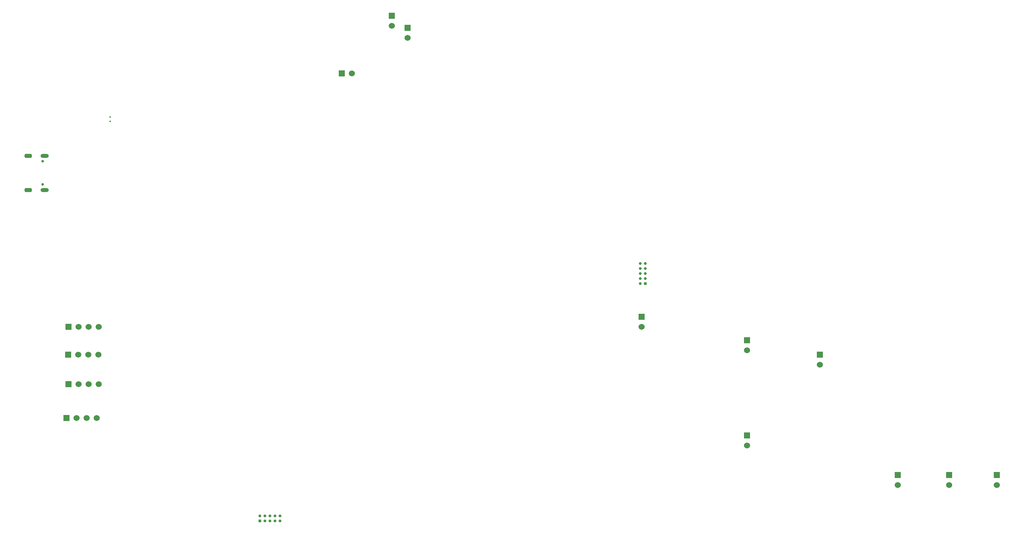
<source format=gbr>
%TF.GenerationSoftware,Altium Limited,Altium Designer,24.2.2 (26)*%
G04 Layer_Physical_Order=2*
G04 Layer_Color=16711680*
%FSLAX45Y45*%
%MOMM*%
%TF.SameCoordinates,E801744C-0769-472F-B71A-A4CB6A2CC1AD*%
%TF.FilePolarity,Positive*%
%TF.FileFunction,Copper,L2,Bot,Signal*%
%TF.Part,Single*%
G01*
G75*
%TA.AperFunction,ComponentPad*%
%ADD54R,1.52400X1.52400*%
%ADD55C,1.52400*%
%ADD56C,0.40000*%
G04:AMPARAMS|DCode=57|XSize=1.8mm|YSize=1mm|CornerRadius=0.25mm|HoleSize=0mm|Usage=FLASHONLY|Rotation=0.000|XOffset=0mm|YOffset=0mm|HoleType=Round|Shape=RoundedRectangle|*
%AMROUNDEDRECTD57*
21,1,1.80000,0.50000,0,0,0.0*
21,1,1.30000,1.00000,0,0,0.0*
1,1,0.50000,0.65000,-0.25000*
1,1,0.50000,-0.65000,-0.25000*
1,1,0.50000,-0.65000,0.25000*
1,1,0.50000,0.65000,0.25000*
%
%ADD57ROUNDEDRECTD57*%
%ADD58O,2.10000X1.00000*%
%ADD59C,0.65000*%
%ADD60R,1.52400X1.52400*%
%ADD61R,0.74000X0.74000*%
%ADD62C,0.74000*%
%ADD63R,0.74000X0.74000*%
D54*
X18360011Y1760002D02*
D03*
X24660014Y760002D02*
D03*
X23460014D02*
D03*
X22160013D02*
D03*
X18360011Y4160004D02*
D03*
X20200000Y3800000D02*
D03*
X9400000Y12354000D02*
D03*
X15700000Y4754000D02*
D03*
X9800000Y12054000D02*
D03*
D55*
X18360011Y1506002D02*
D03*
X24660014Y506002D02*
D03*
X23460014D02*
D03*
X22160013D02*
D03*
X18360011Y3906004D02*
D03*
X20200000Y3546000D02*
D03*
X8400000Y10900000D02*
D03*
X9400000Y12100000D02*
D03*
X15700000Y4500000D02*
D03*
X9800000Y11800000D02*
D03*
X1754016Y3799984D02*
D03*
X1500000Y3800000D02*
D03*
X2008000D02*
D03*
X1758017Y4499984D02*
D03*
X1504000Y4500000D02*
D03*
X2012000D02*
D03*
X1758017Y3049983D02*
D03*
X1504000Y3050000D02*
D03*
X2012000D02*
D03*
X1708016Y2199984D02*
D03*
X1454000Y2200000D02*
D03*
X1962000D02*
D03*
D56*
X2300000Y9690000D02*
D03*
Y9800000D02*
D03*
D57*
X232000Y8821000D02*
D03*
Y7957000D02*
D03*
D58*
X650000Y8821000D02*
D03*
Y7957000D02*
D03*
D59*
X600000Y8100000D02*
D03*
Y8678000D02*
D03*
D60*
X8146000Y10900000D02*
D03*
X1246000Y3800000D02*
D03*
X1250000Y4500000D02*
D03*
Y3050000D02*
D03*
X1200000Y2200000D02*
D03*
D61*
X6073000Y-400000D02*
D03*
D62*
X6200000D02*
D03*
X6327000D02*
D03*
X6454000D02*
D03*
X6581000D02*
D03*
X6073000Y-273000D02*
D03*
X6200000D02*
D03*
X6327000D02*
D03*
X6454000D02*
D03*
X6581000D02*
D03*
X15800000Y5719000D02*
D03*
Y5846000D02*
D03*
Y5973000D02*
D03*
Y6100000D02*
D03*
X15673000Y5592000D02*
D03*
Y5719000D02*
D03*
Y5846000D02*
D03*
Y5973000D02*
D03*
Y6100000D02*
D03*
D63*
X15800000Y5592000D02*
D03*
%TF.MD5,0ec7b66a72989f1d412162e1ea044fa4*%
M02*

</source>
